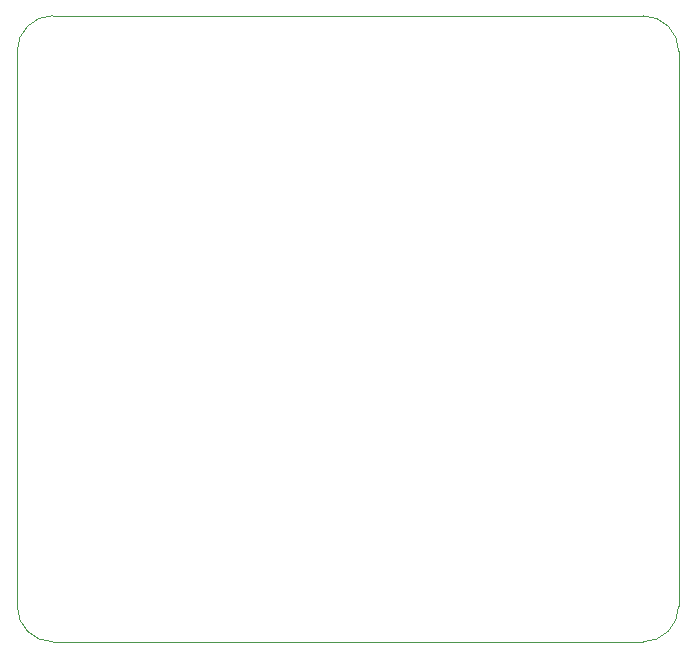
<source format=gbr>
%TF.GenerationSoftware,KiCad,Pcbnew,(6.0.10)*%
%TF.CreationDate,2023-03-19T11:26:14+01:00*%
%TF.ProjectId,arduino-level-shifter-shield,61726475-696e-46f2-9d6c-6576656c2d73,1*%
%TF.SameCoordinates,Original*%
%TF.FileFunction,Profile,NP*%
%FSLAX46Y46*%
G04 Gerber Fmt 4.6, Leading zero omitted, Abs format (unit mm)*
G04 Created by KiCad (PCBNEW (6.0.10)) date 2023-03-19 11:26:14*
%MOMM*%
%LPD*%
G01*
G04 APERTURE LIST*
%TA.AperFunction,Profile*%
%ADD10C,0.100000*%
%TD*%
G04 APERTURE END LIST*
D10*
X3450000Y53190000D02*
X53450000Y53190000D01*
X450000Y50190000D02*
X450000Y3190000D01*
X3450000Y190000D02*
X53450000Y190000D01*
X450000Y3190000D02*
G75*
G03*
X3450000Y190000I3000000J0D01*
G01*
X3450000Y53190000D02*
G75*
G03*
X450000Y50190000I0J-3000000D01*
G01*
X53450000Y190000D02*
G75*
G03*
X56450000Y3190000I0J3000000D01*
G01*
X56450000Y50190000D02*
X56450000Y3190000D01*
X56450000Y50190000D02*
G75*
G03*
X53450000Y53190000I-3000000J0D01*
G01*
M02*

</source>
